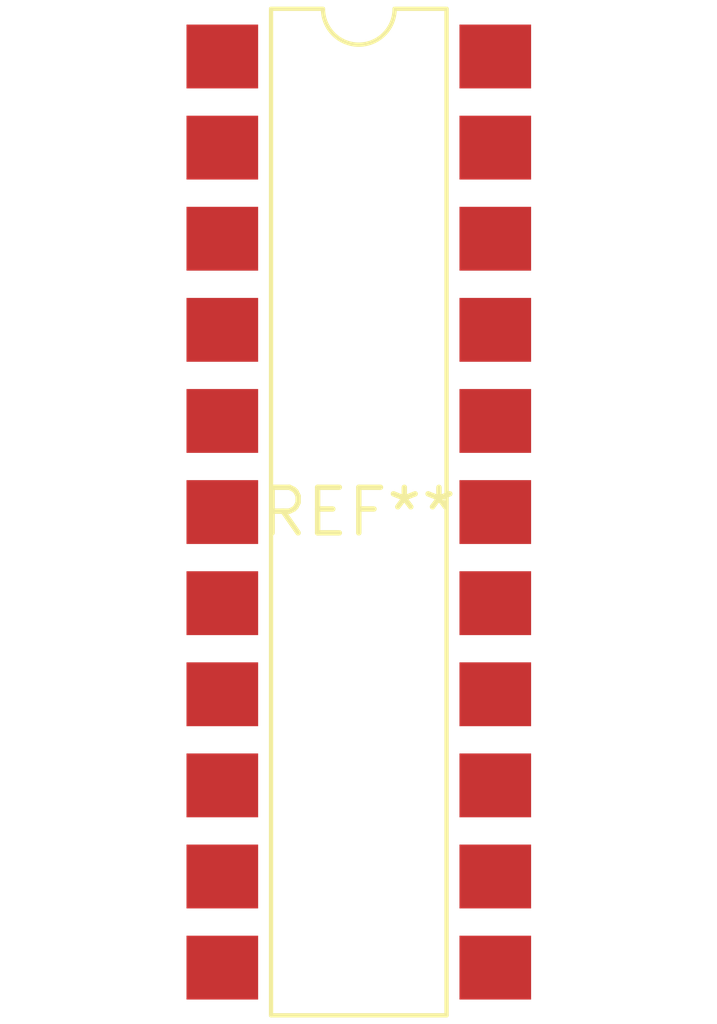
<source format=kicad_pcb>
(kicad_pcb (version 20240108) (generator pcbnew)
  (layers (0 "F.Cu" signal) (31 "B.Cu" signal) (34 "B.Paste" user) (35 "F.Paste" user) (36 "B.SilkS" user "B.Silkscreen") (37 "F.SilkS" user "F.Silkscreen") (38 "B.Mask" user) (39 "F.Mask" user) (44 "Edge.Cuts" user))
  (net 0 "")
  (footprint "SMDIP-22_W7.62mm" (layer "F.Cu") (at 0 0)
    (property "Reference" "REF**")
    (property "Value" "SMDIP-22_W7.62mm")
    (fp_line (start -2.45 -14.03) (end -2.45 14.03) (layer "F.SilkS") (stroke (width 0.12)))
    (fp_line (start -2.45 14.03) (end 2.45 14.03) (layer "F.SilkS") (stroke (width 0.12)))
    (fp_line (start -1 -14.03) (end -2.45 -14.03) (layer "F.SilkS") (stroke (width 0.12)))
    (fp_line (start 2.45 -14.03) (end 1 -14.03) (layer "F.SilkS") (stroke (width 0.12)))
    (fp_line (start 2.45 14.03) (end 2.45 -14.03) (layer "F.SilkS") (stroke (width 0.12)))
    (fp_arc (start 1 -14.03) (mid 0 -13.03) (end -1 -14.03) (layer "F.SilkS") (stroke (width 0.12)))
    (pad "1" smd rect (at -3.81 -12.7) (size 2 1.78) (layers "F.Cu" "F.Paste" "F.Mask"))
    (pad "2" smd rect (at -3.81 -10.16) (size 2 1.78) (layers "F.Cu" "F.Paste" "F.Mask"))
    (pad "3" smd rect (at -3.81 -7.62) (size 2 1.78) (layers "F.Cu" "F.Paste" "F.Mask"))
    (pad "4" smd rect (at -3.81 -5.08) (size 2 1.78) (layers "F.Cu" "F.Paste" "F.Mask"))
    (pad "5" smd rect (at -3.81 -2.54) (size 2 1.78) (layers "F.Cu" "F.Paste" "F.Mask"))
    (pad "6" smd rect (at -3.81 0) (size 2 1.78) (layers "F.Cu" "F.Paste" "F.Mask"))
    (pad "7" smd rect (at -3.81 2.54) (size 2 1.78) (layers "F.Cu" "F.Paste" "F.Mask"))
    (pad "8" smd rect (at -3.81 5.08) (size 2 1.78) (layers "F.Cu" "F.Paste" "F.Mask"))
    (pad "9" smd rect (at -3.81 7.62) (size 2 1.78) (layers "F.Cu" "F.Paste" "F.Mask"))
    (pad "10" smd rect (at -3.81 10.16) (size 2 1.78) (layers "F.Cu" "F.Paste" "F.Mask"))
    (pad "11" smd rect (at -3.81 12.7) (size 2 1.78) (layers "F.Cu" "F.Paste" "F.Mask"))
    (pad "12" smd rect (at 3.81 12.7) (size 2 1.78) (layers "F.Cu" "F.Paste" "F.Mask"))
    (pad "13" smd rect (at 3.81 10.16) (size 2 1.78) (layers "F.Cu" "F.Paste" "F.Mask"))
    (pad "14" smd rect (at 3.81 7.62) (size 2 1.78) (layers "F.Cu" "F.Paste" "F.Mask"))
    (pad "15" smd rect (at 3.81 5.08) (size 2 1.78) (layers "F.Cu" "F.Paste" "F.Mask"))
    (pad "16" smd rect (at 3.81 2.54) (size 2 1.78) (layers "F.Cu" "F.Paste" "F.Mask"))
    (pad "17" smd rect (at 3.81 0) (size 2 1.78) (layers "F.Cu" "F.Paste" "F.Mask"))
    (pad "18" smd rect (at 3.81 -2.54) (size 2 1.78) (layers "F.Cu" "F.Paste" "F.Mask"))
    (pad "19" smd rect (at 3.81 -5.08) (size 2 1.78) (layers "F.Cu" "F.Paste" "F.Mask"))
    (pad "20" smd rect (at 3.81 -7.62) (size 2 1.78) (layers "F.Cu" "F.Paste" "F.Mask"))
    (pad "21" smd rect (at 3.81 -10.16) (size 2 1.78) (layers "F.Cu" "F.Paste" "F.Mask"))
    (pad "22" smd rect (at 3.81 -12.7) (size 2 1.78) (layers "F.Cu" "F.Paste" "F.Mask"))
  )
)
</source>
